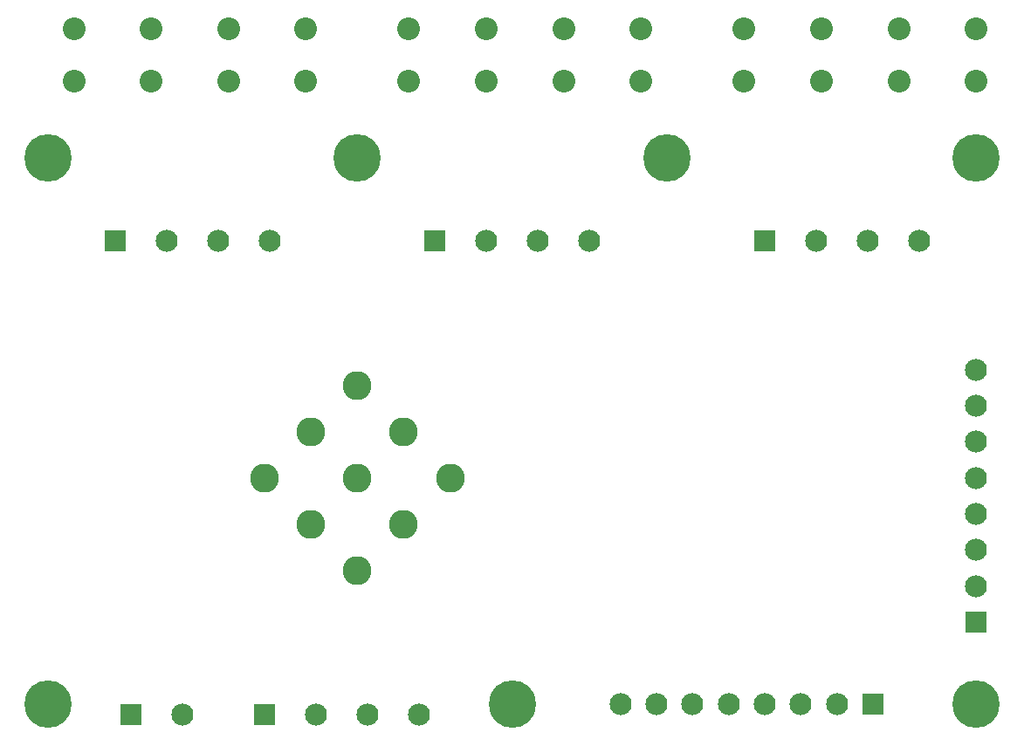
<source format=gts>
G75*
%MOIN*%
%OFA0B0*%
%FSLAX24Y24*%
%IPPOS*%
%LPD*%
%AMOC8*
5,1,8,0,0,1.08239X$1,22.5*
%
%ADD10C,0.1812*%
%ADD11C,0.1103*%
%ADD12R,0.0840X0.0840*%
%ADD13C,0.0840*%
%ADD14C,0.0867*%
D10*
X002069Y002110D03*
X037502Y002110D03*
X019785Y002110D03*
X025691Y022976D03*
X013880Y022976D03*
X002069Y022976D03*
X037502Y022976D03*
D11*
X013880Y014307D03*
X012112Y012539D03*
X010344Y010771D03*
X015647Y012539D03*
X013880Y010771D03*
X012112Y009003D03*
X017415Y010771D03*
X015647Y009003D03*
X013880Y007236D03*
D12*
X029431Y019826D03*
X016832Y019826D03*
X004628Y019826D03*
X010336Y001716D03*
X005218Y001716D03*
X037502Y005259D03*
X033565Y002110D03*
D13*
X031399Y019826D03*
X033368Y019826D03*
X035336Y019826D03*
X018801Y019826D03*
X020769Y019826D03*
X022738Y019826D03*
X006596Y019826D03*
X008565Y019826D03*
X010533Y019826D03*
X012305Y001716D03*
X014273Y001716D03*
X016242Y001716D03*
X007187Y001716D03*
X037502Y006637D03*
X037502Y008015D03*
X037502Y009393D03*
X037502Y010771D03*
X037502Y012149D03*
X037502Y013527D03*
X037502Y014905D03*
X032187Y002110D03*
X030809Y002110D03*
X029431Y002110D03*
X028053Y002110D03*
X026675Y002110D03*
X025297Y002110D03*
X023919Y002110D03*
D14*
X037502Y025913D03*
X037502Y027913D03*
X034549Y025913D03*
X034549Y027913D03*
X031596Y025913D03*
X031596Y027913D03*
X028643Y025913D03*
X028643Y027913D03*
X024706Y025913D03*
X024706Y027913D03*
X021754Y025913D03*
X021754Y027913D03*
X018801Y025913D03*
X018801Y027913D03*
X015848Y025913D03*
X015848Y027913D03*
X011911Y025913D03*
X011911Y027913D03*
X008958Y025913D03*
X008958Y027913D03*
X006006Y025913D03*
X006006Y027913D03*
X003053Y025913D03*
X003053Y027913D03*
M02*

</source>
